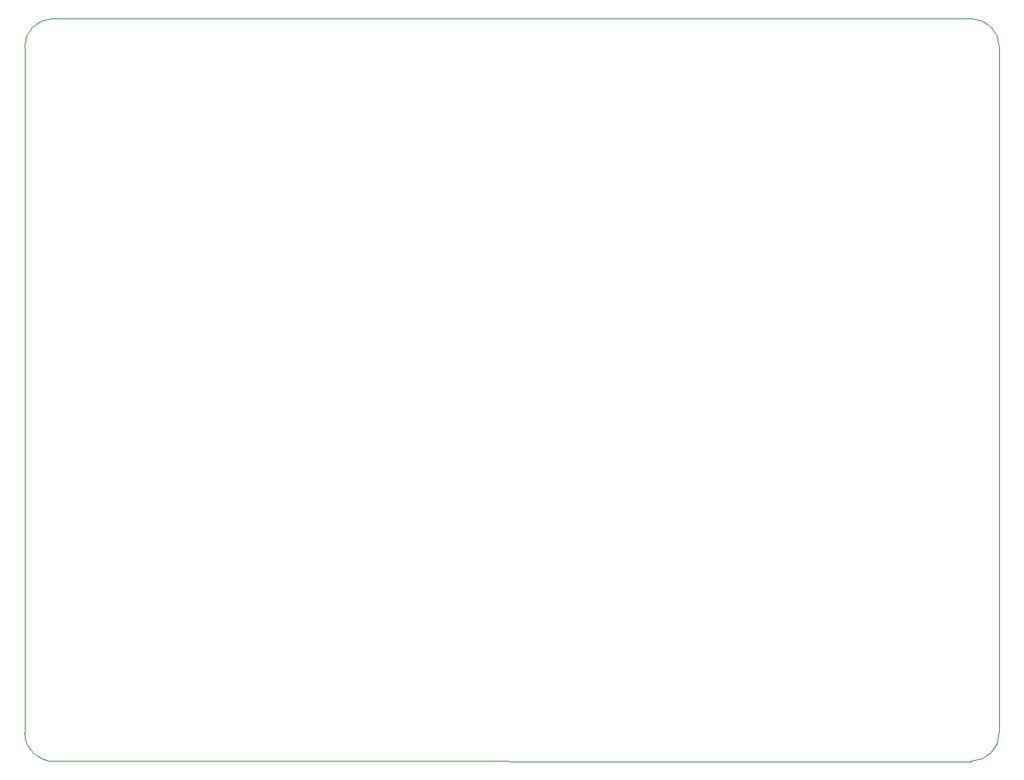
<source format=gbr>
%TF.GenerationSoftware,KiCad,Pcbnew,5.1.8*%
%TF.CreationDate,2020-12-14T21:05:08+01:00*%
%TF.ProjectId,breathe,62726561-7468-4652-9e6b-696361645f70,rev?*%
%TF.SameCoordinates,Original*%
%TF.FileFunction,Profile,NP*%
%FSLAX46Y46*%
G04 Gerber Fmt 4.6, Leading zero omitted, Abs format (unit mm)*
G04 Created by KiCad (PCBNEW 5.1.8) date 2020-12-14 21:05:08*
%MOMM*%
%LPD*%
G01*
G04 APERTURE LIST*
%TA.AperFunction,Profile*%
%ADD10C,0.050000*%
%TD*%
G04 APERTURE END LIST*
D10*
X76000000Y-79000000D02*
G75*
G02*
X79000000Y-76000000I3000000J0D01*
G01*
X79099944Y-154498335D02*
G75*
G02*
X76000000Y-151500000I-99944J2998335D01*
G01*
X179000000Y-151500000D02*
G75*
G02*
X176000000Y-154500000I-3000000J0D01*
G01*
X176000000Y-76000000D02*
G75*
G02*
X179000000Y-79000000I0J-3000000D01*
G01*
X76000000Y-79000000D02*
X76000000Y-151500000D01*
X176000000Y-154500000D02*
X79099944Y-154498335D01*
X179000000Y-79000000D02*
X179000000Y-151500000D01*
X79000000Y-76000000D02*
X176000000Y-76000000D01*
M02*

</source>
